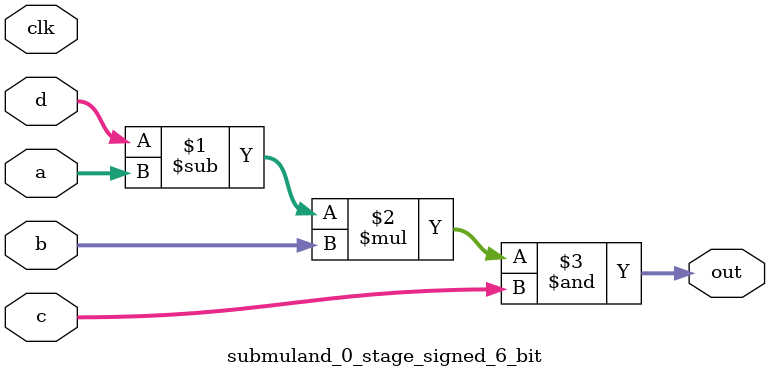
<source format=sv>
(* use_dsp = "yes" *) module submuland_0_stage_signed_6_bit(
	input signed [5:0] a,
	input signed [5:0] b,
	input signed [5:0] c,
	input signed [5:0] d,
	output [5:0] out,
	input clk);

	assign out = ((d - a) * b) & c;
endmodule

</source>
